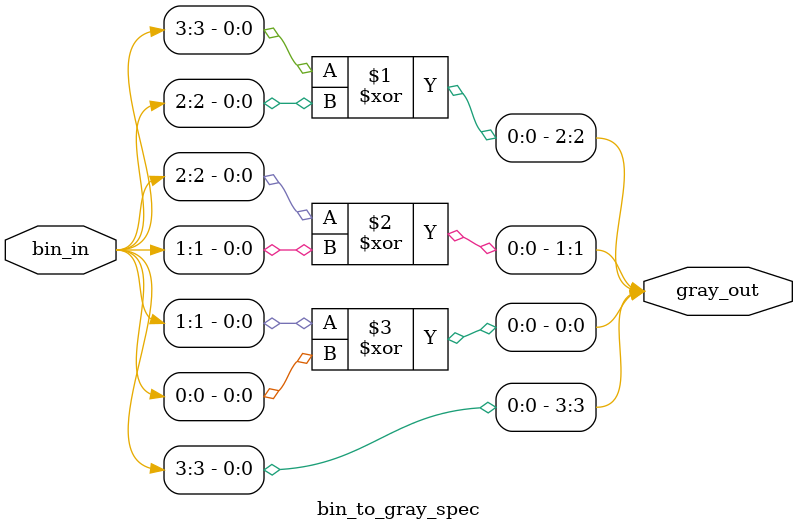
<source format=v>
module bin_to_gray_spec(input [3:0] bin_in, output [3:0] gray_out);
    // Calculate Gray code from binary input
    assign gray_out[3] = bin_in[3]; // MSB remains the same
    assign gray_out[2] = bin_in[3] ^ bin_in[2];
    assign gray_out[1] = bin_in[2] ^ bin_in[1];
    assign gray_out[0] = bin_in[1] ^ bin_in[0];
endmodule

</source>
